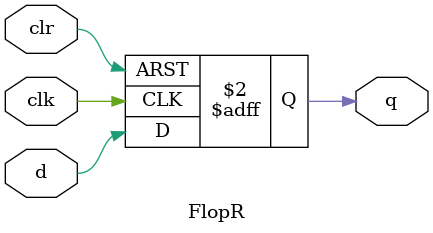
<source format=sv>
module synchronizer (
	input logic vcc,
	input logic gnd,
	input logic async_sig,
	input logic outclk,
	output logic out_sync_sig);

	wire fdc_aq, fdc_bq, fdc_1q;
	
	FlopR FDC_A(async_sig, fdc_1q, vcc, fdc_aq);
	FlopR FDC_B(outclk, gnd, fdc_aq, fdc_bq);
	FlopR FDC_C(outclk, gnd, fdc_bq, out_sync_sig);
	FlopR FDC_1(outclk, gnd, out_sync_sig, fdc_1q);
endmodule

module FlopR (
	input logic clk,
	input logic clr,
	input logic d,
	output logic q);
	
	always_ff @(posedge clk, posedge clr)
		if(clr) q <= 1'b0;
		else q <= d;
endmodule
</source>
